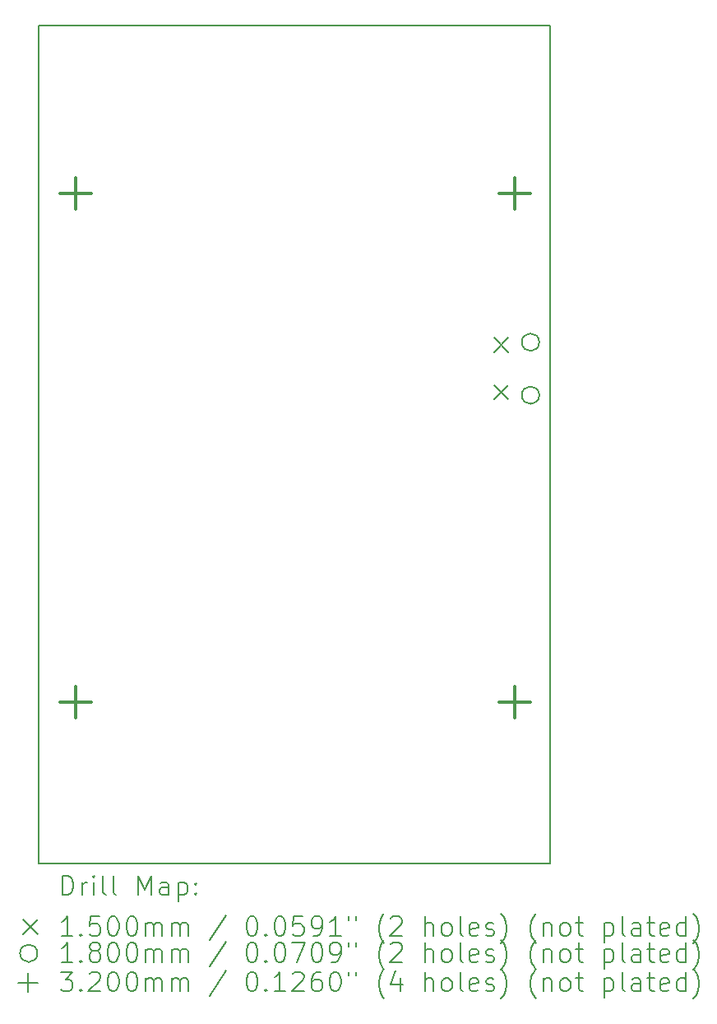
<source format=gbr>
%FSLAX45Y45*%
G04 Gerber Fmt 4.5, Leading zero omitted, Abs format (unit mm)*
G04 Created by KiCad (PCBNEW (6.0.5-0)) date 2022-05-30 23:28:14*
%MOMM*%
%LPD*%
G01*
G04 APERTURE LIST*
%TA.AperFunction,Profile*%
%ADD10C,0.200000*%
%TD*%
%ADD11C,0.200000*%
%ADD12C,0.150000*%
%ADD13C,0.180000*%
%ADD14C,0.320000*%
G04 APERTURE END LIST*
D10*
X12255500Y-16827500D02*
X12255500Y-8204200D01*
X6985000Y-8204200D02*
X12255500Y-8204200D01*
X6985000Y-16827500D02*
X12255500Y-16827500D01*
X6985000Y-16827500D02*
X6985000Y-8204200D01*
D11*
D12*
X11674000Y-11417300D02*
X11824000Y-11567300D01*
X11824000Y-11417300D02*
X11674000Y-11567300D01*
X11674000Y-11902300D02*
X11824000Y-12052300D01*
X11824000Y-11902300D02*
X11674000Y-12052300D01*
D13*
X12142000Y-11462300D02*
G75*
G03*
X12142000Y-11462300I-90000J0D01*
G01*
X12142000Y-12007300D02*
G75*
G03*
X12142000Y-12007300I-90000J0D01*
G01*
D14*
X7366000Y-9771400D02*
X7366000Y-10091400D01*
X7206000Y-9931400D02*
X7526000Y-9931400D01*
X7366000Y-15003800D02*
X7366000Y-15323800D01*
X7206000Y-15163800D02*
X7526000Y-15163800D01*
X11887200Y-9771400D02*
X11887200Y-10091400D01*
X11727200Y-9931400D02*
X12047200Y-9931400D01*
X11887200Y-15003800D02*
X11887200Y-15323800D01*
X11727200Y-15163800D02*
X12047200Y-15163800D01*
D11*
X7232619Y-17147976D02*
X7232619Y-16947976D01*
X7280238Y-16947976D01*
X7308809Y-16957500D01*
X7327857Y-16976548D01*
X7337381Y-16995595D01*
X7346905Y-17033690D01*
X7346905Y-17062262D01*
X7337381Y-17100357D01*
X7327857Y-17119405D01*
X7308809Y-17138452D01*
X7280238Y-17147976D01*
X7232619Y-17147976D01*
X7432619Y-17147976D02*
X7432619Y-17014643D01*
X7432619Y-17052738D02*
X7442143Y-17033690D01*
X7451667Y-17024167D01*
X7470714Y-17014643D01*
X7489762Y-17014643D01*
X7556428Y-17147976D02*
X7556428Y-17014643D01*
X7556428Y-16947976D02*
X7546905Y-16957500D01*
X7556428Y-16967024D01*
X7565952Y-16957500D01*
X7556428Y-16947976D01*
X7556428Y-16967024D01*
X7680238Y-17147976D02*
X7661190Y-17138452D01*
X7651667Y-17119405D01*
X7651667Y-16947976D01*
X7785000Y-17147976D02*
X7765952Y-17138452D01*
X7756428Y-17119405D01*
X7756428Y-16947976D01*
X8013571Y-17147976D02*
X8013571Y-16947976D01*
X8080238Y-17090833D01*
X8146905Y-16947976D01*
X8146905Y-17147976D01*
X8327857Y-17147976D02*
X8327857Y-17043214D01*
X8318333Y-17024167D01*
X8299286Y-17014643D01*
X8261190Y-17014643D01*
X8242143Y-17024167D01*
X8327857Y-17138452D02*
X8308809Y-17147976D01*
X8261190Y-17147976D01*
X8242143Y-17138452D01*
X8232619Y-17119405D01*
X8232619Y-17100357D01*
X8242143Y-17081310D01*
X8261190Y-17071786D01*
X8308809Y-17071786D01*
X8327857Y-17062262D01*
X8423095Y-17014643D02*
X8423095Y-17214643D01*
X8423095Y-17024167D02*
X8442143Y-17014643D01*
X8480238Y-17014643D01*
X8499286Y-17024167D01*
X8508810Y-17033690D01*
X8518333Y-17052738D01*
X8518333Y-17109881D01*
X8508810Y-17128929D01*
X8499286Y-17138452D01*
X8480238Y-17147976D01*
X8442143Y-17147976D01*
X8423095Y-17138452D01*
X8604048Y-17128929D02*
X8613571Y-17138452D01*
X8604048Y-17147976D01*
X8594524Y-17138452D01*
X8604048Y-17128929D01*
X8604048Y-17147976D01*
X8604048Y-17024167D02*
X8613571Y-17033690D01*
X8604048Y-17043214D01*
X8594524Y-17033690D01*
X8604048Y-17024167D01*
X8604048Y-17043214D01*
D12*
X6825000Y-17402500D02*
X6975000Y-17552500D01*
X6975000Y-17402500D02*
X6825000Y-17552500D01*
D11*
X7337381Y-17567976D02*
X7223095Y-17567976D01*
X7280238Y-17567976D02*
X7280238Y-17367976D01*
X7261190Y-17396548D01*
X7242143Y-17415595D01*
X7223095Y-17425119D01*
X7423095Y-17548929D02*
X7432619Y-17558452D01*
X7423095Y-17567976D01*
X7413571Y-17558452D01*
X7423095Y-17548929D01*
X7423095Y-17567976D01*
X7613571Y-17367976D02*
X7518333Y-17367976D01*
X7508809Y-17463214D01*
X7518333Y-17453690D01*
X7537381Y-17444167D01*
X7585000Y-17444167D01*
X7604048Y-17453690D01*
X7613571Y-17463214D01*
X7623095Y-17482262D01*
X7623095Y-17529881D01*
X7613571Y-17548929D01*
X7604048Y-17558452D01*
X7585000Y-17567976D01*
X7537381Y-17567976D01*
X7518333Y-17558452D01*
X7508809Y-17548929D01*
X7746905Y-17367976D02*
X7765952Y-17367976D01*
X7785000Y-17377500D01*
X7794524Y-17387024D01*
X7804048Y-17406071D01*
X7813571Y-17444167D01*
X7813571Y-17491786D01*
X7804048Y-17529881D01*
X7794524Y-17548929D01*
X7785000Y-17558452D01*
X7765952Y-17567976D01*
X7746905Y-17567976D01*
X7727857Y-17558452D01*
X7718333Y-17548929D01*
X7708809Y-17529881D01*
X7699286Y-17491786D01*
X7699286Y-17444167D01*
X7708809Y-17406071D01*
X7718333Y-17387024D01*
X7727857Y-17377500D01*
X7746905Y-17367976D01*
X7937381Y-17367976D02*
X7956428Y-17367976D01*
X7975476Y-17377500D01*
X7985000Y-17387024D01*
X7994524Y-17406071D01*
X8004048Y-17444167D01*
X8004048Y-17491786D01*
X7994524Y-17529881D01*
X7985000Y-17548929D01*
X7975476Y-17558452D01*
X7956428Y-17567976D01*
X7937381Y-17567976D01*
X7918333Y-17558452D01*
X7908809Y-17548929D01*
X7899286Y-17529881D01*
X7889762Y-17491786D01*
X7889762Y-17444167D01*
X7899286Y-17406071D01*
X7908809Y-17387024D01*
X7918333Y-17377500D01*
X7937381Y-17367976D01*
X8089762Y-17567976D02*
X8089762Y-17434643D01*
X8089762Y-17453690D02*
X8099286Y-17444167D01*
X8118333Y-17434643D01*
X8146905Y-17434643D01*
X8165952Y-17444167D01*
X8175476Y-17463214D01*
X8175476Y-17567976D01*
X8175476Y-17463214D02*
X8185000Y-17444167D01*
X8204048Y-17434643D01*
X8232619Y-17434643D01*
X8251667Y-17444167D01*
X8261190Y-17463214D01*
X8261190Y-17567976D01*
X8356428Y-17567976D02*
X8356428Y-17434643D01*
X8356428Y-17453690D02*
X8365952Y-17444167D01*
X8385000Y-17434643D01*
X8413571Y-17434643D01*
X8432619Y-17444167D01*
X8442143Y-17463214D01*
X8442143Y-17567976D01*
X8442143Y-17463214D02*
X8451667Y-17444167D01*
X8470714Y-17434643D01*
X8499286Y-17434643D01*
X8518333Y-17444167D01*
X8527857Y-17463214D01*
X8527857Y-17567976D01*
X8918333Y-17358452D02*
X8746905Y-17615595D01*
X9175476Y-17367976D02*
X9194524Y-17367976D01*
X9213571Y-17377500D01*
X9223095Y-17387024D01*
X9232619Y-17406071D01*
X9242143Y-17444167D01*
X9242143Y-17491786D01*
X9232619Y-17529881D01*
X9223095Y-17548929D01*
X9213571Y-17558452D01*
X9194524Y-17567976D01*
X9175476Y-17567976D01*
X9156429Y-17558452D01*
X9146905Y-17548929D01*
X9137381Y-17529881D01*
X9127857Y-17491786D01*
X9127857Y-17444167D01*
X9137381Y-17406071D01*
X9146905Y-17387024D01*
X9156429Y-17377500D01*
X9175476Y-17367976D01*
X9327857Y-17548929D02*
X9337381Y-17558452D01*
X9327857Y-17567976D01*
X9318333Y-17558452D01*
X9327857Y-17548929D01*
X9327857Y-17567976D01*
X9461190Y-17367976D02*
X9480238Y-17367976D01*
X9499286Y-17377500D01*
X9508810Y-17387024D01*
X9518333Y-17406071D01*
X9527857Y-17444167D01*
X9527857Y-17491786D01*
X9518333Y-17529881D01*
X9508810Y-17548929D01*
X9499286Y-17558452D01*
X9480238Y-17567976D01*
X9461190Y-17567976D01*
X9442143Y-17558452D01*
X9432619Y-17548929D01*
X9423095Y-17529881D01*
X9413571Y-17491786D01*
X9413571Y-17444167D01*
X9423095Y-17406071D01*
X9432619Y-17387024D01*
X9442143Y-17377500D01*
X9461190Y-17367976D01*
X9708810Y-17367976D02*
X9613571Y-17367976D01*
X9604048Y-17463214D01*
X9613571Y-17453690D01*
X9632619Y-17444167D01*
X9680238Y-17444167D01*
X9699286Y-17453690D01*
X9708810Y-17463214D01*
X9718333Y-17482262D01*
X9718333Y-17529881D01*
X9708810Y-17548929D01*
X9699286Y-17558452D01*
X9680238Y-17567976D01*
X9632619Y-17567976D01*
X9613571Y-17558452D01*
X9604048Y-17548929D01*
X9813571Y-17567976D02*
X9851667Y-17567976D01*
X9870714Y-17558452D01*
X9880238Y-17548929D01*
X9899286Y-17520357D01*
X9908810Y-17482262D01*
X9908810Y-17406071D01*
X9899286Y-17387024D01*
X9889762Y-17377500D01*
X9870714Y-17367976D01*
X9832619Y-17367976D01*
X9813571Y-17377500D01*
X9804048Y-17387024D01*
X9794524Y-17406071D01*
X9794524Y-17453690D01*
X9804048Y-17472738D01*
X9813571Y-17482262D01*
X9832619Y-17491786D01*
X9870714Y-17491786D01*
X9889762Y-17482262D01*
X9899286Y-17472738D01*
X9908810Y-17453690D01*
X10099286Y-17567976D02*
X9985000Y-17567976D01*
X10042143Y-17567976D02*
X10042143Y-17367976D01*
X10023095Y-17396548D01*
X10004048Y-17415595D01*
X9985000Y-17425119D01*
X10175476Y-17367976D02*
X10175476Y-17406071D01*
X10251667Y-17367976D02*
X10251667Y-17406071D01*
X10546905Y-17644167D02*
X10537381Y-17634643D01*
X10518333Y-17606071D01*
X10508810Y-17587024D01*
X10499286Y-17558452D01*
X10489762Y-17510833D01*
X10489762Y-17472738D01*
X10499286Y-17425119D01*
X10508810Y-17396548D01*
X10518333Y-17377500D01*
X10537381Y-17348929D01*
X10546905Y-17339405D01*
X10613571Y-17387024D02*
X10623095Y-17377500D01*
X10642143Y-17367976D01*
X10689762Y-17367976D01*
X10708810Y-17377500D01*
X10718333Y-17387024D01*
X10727857Y-17406071D01*
X10727857Y-17425119D01*
X10718333Y-17453690D01*
X10604048Y-17567976D01*
X10727857Y-17567976D01*
X10965952Y-17567976D02*
X10965952Y-17367976D01*
X11051667Y-17567976D02*
X11051667Y-17463214D01*
X11042143Y-17444167D01*
X11023095Y-17434643D01*
X10994524Y-17434643D01*
X10975476Y-17444167D01*
X10965952Y-17453690D01*
X11175476Y-17567976D02*
X11156429Y-17558452D01*
X11146905Y-17548929D01*
X11137381Y-17529881D01*
X11137381Y-17472738D01*
X11146905Y-17453690D01*
X11156429Y-17444167D01*
X11175476Y-17434643D01*
X11204048Y-17434643D01*
X11223095Y-17444167D01*
X11232619Y-17453690D01*
X11242143Y-17472738D01*
X11242143Y-17529881D01*
X11232619Y-17548929D01*
X11223095Y-17558452D01*
X11204048Y-17567976D01*
X11175476Y-17567976D01*
X11356428Y-17567976D02*
X11337381Y-17558452D01*
X11327857Y-17539405D01*
X11327857Y-17367976D01*
X11508809Y-17558452D02*
X11489762Y-17567976D01*
X11451667Y-17567976D01*
X11432619Y-17558452D01*
X11423095Y-17539405D01*
X11423095Y-17463214D01*
X11432619Y-17444167D01*
X11451667Y-17434643D01*
X11489762Y-17434643D01*
X11508809Y-17444167D01*
X11518333Y-17463214D01*
X11518333Y-17482262D01*
X11423095Y-17501310D01*
X11594524Y-17558452D02*
X11613571Y-17567976D01*
X11651667Y-17567976D01*
X11670714Y-17558452D01*
X11680238Y-17539405D01*
X11680238Y-17529881D01*
X11670714Y-17510833D01*
X11651667Y-17501310D01*
X11623095Y-17501310D01*
X11604048Y-17491786D01*
X11594524Y-17472738D01*
X11594524Y-17463214D01*
X11604048Y-17444167D01*
X11623095Y-17434643D01*
X11651667Y-17434643D01*
X11670714Y-17444167D01*
X11746905Y-17644167D02*
X11756428Y-17634643D01*
X11775476Y-17606071D01*
X11785000Y-17587024D01*
X11794524Y-17558452D01*
X11804048Y-17510833D01*
X11804048Y-17472738D01*
X11794524Y-17425119D01*
X11785000Y-17396548D01*
X11775476Y-17377500D01*
X11756428Y-17348929D01*
X11746905Y-17339405D01*
X12108809Y-17644167D02*
X12099286Y-17634643D01*
X12080238Y-17606071D01*
X12070714Y-17587024D01*
X12061190Y-17558452D01*
X12051667Y-17510833D01*
X12051667Y-17472738D01*
X12061190Y-17425119D01*
X12070714Y-17396548D01*
X12080238Y-17377500D01*
X12099286Y-17348929D01*
X12108809Y-17339405D01*
X12185000Y-17434643D02*
X12185000Y-17567976D01*
X12185000Y-17453690D02*
X12194524Y-17444167D01*
X12213571Y-17434643D01*
X12242143Y-17434643D01*
X12261190Y-17444167D01*
X12270714Y-17463214D01*
X12270714Y-17567976D01*
X12394524Y-17567976D02*
X12375476Y-17558452D01*
X12365952Y-17548929D01*
X12356428Y-17529881D01*
X12356428Y-17472738D01*
X12365952Y-17453690D01*
X12375476Y-17444167D01*
X12394524Y-17434643D01*
X12423095Y-17434643D01*
X12442143Y-17444167D01*
X12451667Y-17453690D01*
X12461190Y-17472738D01*
X12461190Y-17529881D01*
X12451667Y-17548929D01*
X12442143Y-17558452D01*
X12423095Y-17567976D01*
X12394524Y-17567976D01*
X12518333Y-17434643D02*
X12594524Y-17434643D01*
X12546905Y-17367976D02*
X12546905Y-17539405D01*
X12556428Y-17558452D01*
X12575476Y-17567976D01*
X12594524Y-17567976D01*
X12813571Y-17434643D02*
X12813571Y-17634643D01*
X12813571Y-17444167D02*
X12832619Y-17434643D01*
X12870714Y-17434643D01*
X12889762Y-17444167D01*
X12899286Y-17453690D01*
X12908809Y-17472738D01*
X12908809Y-17529881D01*
X12899286Y-17548929D01*
X12889762Y-17558452D01*
X12870714Y-17567976D01*
X12832619Y-17567976D01*
X12813571Y-17558452D01*
X13023095Y-17567976D02*
X13004048Y-17558452D01*
X12994524Y-17539405D01*
X12994524Y-17367976D01*
X13185000Y-17567976D02*
X13185000Y-17463214D01*
X13175476Y-17444167D01*
X13156428Y-17434643D01*
X13118333Y-17434643D01*
X13099286Y-17444167D01*
X13185000Y-17558452D02*
X13165952Y-17567976D01*
X13118333Y-17567976D01*
X13099286Y-17558452D01*
X13089762Y-17539405D01*
X13089762Y-17520357D01*
X13099286Y-17501310D01*
X13118333Y-17491786D01*
X13165952Y-17491786D01*
X13185000Y-17482262D01*
X13251667Y-17434643D02*
X13327857Y-17434643D01*
X13280238Y-17367976D02*
X13280238Y-17539405D01*
X13289762Y-17558452D01*
X13308809Y-17567976D01*
X13327857Y-17567976D01*
X13470714Y-17558452D02*
X13451667Y-17567976D01*
X13413571Y-17567976D01*
X13394524Y-17558452D01*
X13385000Y-17539405D01*
X13385000Y-17463214D01*
X13394524Y-17444167D01*
X13413571Y-17434643D01*
X13451667Y-17434643D01*
X13470714Y-17444167D01*
X13480238Y-17463214D01*
X13480238Y-17482262D01*
X13385000Y-17501310D01*
X13651667Y-17567976D02*
X13651667Y-17367976D01*
X13651667Y-17558452D02*
X13632619Y-17567976D01*
X13594524Y-17567976D01*
X13575476Y-17558452D01*
X13565952Y-17548929D01*
X13556428Y-17529881D01*
X13556428Y-17472738D01*
X13565952Y-17453690D01*
X13575476Y-17444167D01*
X13594524Y-17434643D01*
X13632619Y-17434643D01*
X13651667Y-17444167D01*
X13727857Y-17644167D02*
X13737381Y-17634643D01*
X13756428Y-17606071D01*
X13765952Y-17587024D01*
X13775476Y-17558452D01*
X13785000Y-17510833D01*
X13785000Y-17472738D01*
X13775476Y-17425119D01*
X13765952Y-17396548D01*
X13756428Y-17377500D01*
X13737381Y-17348929D01*
X13727857Y-17339405D01*
D13*
X6975000Y-17747500D02*
G75*
G03*
X6975000Y-17747500I-90000J0D01*
G01*
D11*
X7337381Y-17837976D02*
X7223095Y-17837976D01*
X7280238Y-17837976D02*
X7280238Y-17637976D01*
X7261190Y-17666548D01*
X7242143Y-17685595D01*
X7223095Y-17695119D01*
X7423095Y-17818929D02*
X7432619Y-17828452D01*
X7423095Y-17837976D01*
X7413571Y-17828452D01*
X7423095Y-17818929D01*
X7423095Y-17837976D01*
X7546905Y-17723690D02*
X7527857Y-17714167D01*
X7518333Y-17704643D01*
X7508809Y-17685595D01*
X7508809Y-17676071D01*
X7518333Y-17657024D01*
X7527857Y-17647500D01*
X7546905Y-17637976D01*
X7585000Y-17637976D01*
X7604048Y-17647500D01*
X7613571Y-17657024D01*
X7623095Y-17676071D01*
X7623095Y-17685595D01*
X7613571Y-17704643D01*
X7604048Y-17714167D01*
X7585000Y-17723690D01*
X7546905Y-17723690D01*
X7527857Y-17733214D01*
X7518333Y-17742738D01*
X7508809Y-17761786D01*
X7508809Y-17799881D01*
X7518333Y-17818929D01*
X7527857Y-17828452D01*
X7546905Y-17837976D01*
X7585000Y-17837976D01*
X7604048Y-17828452D01*
X7613571Y-17818929D01*
X7623095Y-17799881D01*
X7623095Y-17761786D01*
X7613571Y-17742738D01*
X7604048Y-17733214D01*
X7585000Y-17723690D01*
X7746905Y-17637976D02*
X7765952Y-17637976D01*
X7785000Y-17647500D01*
X7794524Y-17657024D01*
X7804048Y-17676071D01*
X7813571Y-17714167D01*
X7813571Y-17761786D01*
X7804048Y-17799881D01*
X7794524Y-17818929D01*
X7785000Y-17828452D01*
X7765952Y-17837976D01*
X7746905Y-17837976D01*
X7727857Y-17828452D01*
X7718333Y-17818929D01*
X7708809Y-17799881D01*
X7699286Y-17761786D01*
X7699286Y-17714167D01*
X7708809Y-17676071D01*
X7718333Y-17657024D01*
X7727857Y-17647500D01*
X7746905Y-17637976D01*
X7937381Y-17637976D02*
X7956428Y-17637976D01*
X7975476Y-17647500D01*
X7985000Y-17657024D01*
X7994524Y-17676071D01*
X8004048Y-17714167D01*
X8004048Y-17761786D01*
X7994524Y-17799881D01*
X7985000Y-17818929D01*
X7975476Y-17828452D01*
X7956428Y-17837976D01*
X7937381Y-17837976D01*
X7918333Y-17828452D01*
X7908809Y-17818929D01*
X7899286Y-17799881D01*
X7889762Y-17761786D01*
X7889762Y-17714167D01*
X7899286Y-17676071D01*
X7908809Y-17657024D01*
X7918333Y-17647500D01*
X7937381Y-17637976D01*
X8089762Y-17837976D02*
X8089762Y-17704643D01*
X8089762Y-17723690D02*
X8099286Y-17714167D01*
X8118333Y-17704643D01*
X8146905Y-17704643D01*
X8165952Y-17714167D01*
X8175476Y-17733214D01*
X8175476Y-17837976D01*
X8175476Y-17733214D02*
X8185000Y-17714167D01*
X8204048Y-17704643D01*
X8232619Y-17704643D01*
X8251667Y-17714167D01*
X8261190Y-17733214D01*
X8261190Y-17837976D01*
X8356428Y-17837976D02*
X8356428Y-17704643D01*
X8356428Y-17723690D02*
X8365952Y-17714167D01*
X8385000Y-17704643D01*
X8413571Y-17704643D01*
X8432619Y-17714167D01*
X8442143Y-17733214D01*
X8442143Y-17837976D01*
X8442143Y-17733214D02*
X8451667Y-17714167D01*
X8470714Y-17704643D01*
X8499286Y-17704643D01*
X8518333Y-17714167D01*
X8527857Y-17733214D01*
X8527857Y-17837976D01*
X8918333Y-17628452D02*
X8746905Y-17885595D01*
X9175476Y-17637976D02*
X9194524Y-17637976D01*
X9213571Y-17647500D01*
X9223095Y-17657024D01*
X9232619Y-17676071D01*
X9242143Y-17714167D01*
X9242143Y-17761786D01*
X9232619Y-17799881D01*
X9223095Y-17818929D01*
X9213571Y-17828452D01*
X9194524Y-17837976D01*
X9175476Y-17837976D01*
X9156429Y-17828452D01*
X9146905Y-17818929D01*
X9137381Y-17799881D01*
X9127857Y-17761786D01*
X9127857Y-17714167D01*
X9137381Y-17676071D01*
X9146905Y-17657024D01*
X9156429Y-17647500D01*
X9175476Y-17637976D01*
X9327857Y-17818929D02*
X9337381Y-17828452D01*
X9327857Y-17837976D01*
X9318333Y-17828452D01*
X9327857Y-17818929D01*
X9327857Y-17837976D01*
X9461190Y-17637976D02*
X9480238Y-17637976D01*
X9499286Y-17647500D01*
X9508810Y-17657024D01*
X9518333Y-17676071D01*
X9527857Y-17714167D01*
X9527857Y-17761786D01*
X9518333Y-17799881D01*
X9508810Y-17818929D01*
X9499286Y-17828452D01*
X9480238Y-17837976D01*
X9461190Y-17837976D01*
X9442143Y-17828452D01*
X9432619Y-17818929D01*
X9423095Y-17799881D01*
X9413571Y-17761786D01*
X9413571Y-17714167D01*
X9423095Y-17676071D01*
X9432619Y-17657024D01*
X9442143Y-17647500D01*
X9461190Y-17637976D01*
X9594524Y-17637976D02*
X9727857Y-17637976D01*
X9642143Y-17837976D01*
X9842143Y-17637976D02*
X9861190Y-17637976D01*
X9880238Y-17647500D01*
X9889762Y-17657024D01*
X9899286Y-17676071D01*
X9908810Y-17714167D01*
X9908810Y-17761786D01*
X9899286Y-17799881D01*
X9889762Y-17818929D01*
X9880238Y-17828452D01*
X9861190Y-17837976D01*
X9842143Y-17837976D01*
X9823095Y-17828452D01*
X9813571Y-17818929D01*
X9804048Y-17799881D01*
X9794524Y-17761786D01*
X9794524Y-17714167D01*
X9804048Y-17676071D01*
X9813571Y-17657024D01*
X9823095Y-17647500D01*
X9842143Y-17637976D01*
X10004048Y-17837976D02*
X10042143Y-17837976D01*
X10061190Y-17828452D01*
X10070714Y-17818929D01*
X10089762Y-17790357D01*
X10099286Y-17752262D01*
X10099286Y-17676071D01*
X10089762Y-17657024D01*
X10080238Y-17647500D01*
X10061190Y-17637976D01*
X10023095Y-17637976D01*
X10004048Y-17647500D01*
X9994524Y-17657024D01*
X9985000Y-17676071D01*
X9985000Y-17723690D01*
X9994524Y-17742738D01*
X10004048Y-17752262D01*
X10023095Y-17761786D01*
X10061190Y-17761786D01*
X10080238Y-17752262D01*
X10089762Y-17742738D01*
X10099286Y-17723690D01*
X10175476Y-17637976D02*
X10175476Y-17676071D01*
X10251667Y-17637976D02*
X10251667Y-17676071D01*
X10546905Y-17914167D02*
X10537381Y-17904643D01*
X10518333Y-17876071D01*
X10508810Y-17857024D01*
X10499286Y-17828452D01*
X10489762Y-17780833D01*
X10489762Y-17742738D01*
X10499286Y-17695119D01*
X10508810Y-17666548D01*
X10518333Y-17647500D01*
X10537381Y-17618929D01*
X10546905Y-17609405D01*
X10613571Y-17657024D02*
X10623095Y-17647500D01*
X10642143Y-17637976D01*
X10689762Y-17637976D01*
X10708810Y-17647500D01*
X10718333Y-17657024D01*
X10727857Y-17676071D01*
X10727857Y-17695119D01*
X10718333Y-17723690D01*
X10604048Y-17837976D01*
X10727857Y-17837976D01*
X10965952Y-17837976D02*
X10965952Y-17637976D01*
X11051667Y-17837976D02*
X11051667Y-17733214D01*
X11042143Y-17714167D01*
X11023095Y-17704643D01*
X10994524Y-17704643D01*
X10975476Y-17714167D01*
X10965952Y-17723690D01*
X11175476Y-17837976D02*
X11156429Y-17828452D01*
X11146905Y-17818929D01*
X11137381Y-17799881D01*
X11137381Y-17742738D01*
X11146905Y-17723690D01*
X11156429Y-17714167D01*
X11175476Y-17704643D01*
X11204048Y-17704643D01*
X11223095Y-17714167D01*
X11232619Y-17723690D01*
X11242143Y-17742738D01*
X11242143Y-17799881D01*
X11232619Y-17818929D01*
X11223095Y-17828452D01*
X11204048Y-17837976D01*
X11175476Y-17837976D01*
X11356428Y-17837976D02*
X11337381Y-17828452D01*
X11327857Y-17809405D01*
X11327857Y-17637976D01*
X11508809Y-17828452D02*
X11489762Y-17837976D01*
X11451667Y-17837976D01*
X11432619Y-17828452D01*
X11423095Y-17809405D01*
X11423095Y-17733214D01*
X11432619Y-17714167D01*
X11451667Y-17704643D01*
X11489762Y-17704643D01*
X11508809Y-17714167D01*
X11518333Y-17733214D01*
X11518333Y-17752262D01*
X11423095Y-17771310D01*
X11594524Y-17828452D02*
X11613571Y-17837976D01*
X11651667Y-17837976D01*
X11670714Y-17828452D01*
X11680238Y-17809405D01*
X11680238Y-17799881D01*
X11670714Y-17780833D01*
X11651667Y-17771310D01*
X11623095Y-17771310D01*
X11604048Y-17761786D01*
X11594524Y-17742738D01*
X11594524Y-17733214D01*
X11604048Y-17714167D01*
X11623095Y-17704643D01*
X11651667Y-17704643D01*
X11670714Y-17714167D01*
X11746905Y-17914167D02*
X11756428Y-17904643D01*
X11775476Y-17876071D01*
X11785000Y-17857024D01*
X11794524Y-17828452D01*
X11804048Y-17780833D01*
X11804048Y-17742738D01*
X11794524Y-17695119D01*
X11785000Y-17666548D01*
X11775476Y-17647500D01*
X11756428Y-17618929D01*
X11746905Y-17609405D01*
X12108809Y-17914167D02*
X12099286Y-17904643D01*
X12080238Y-17876071D01*
X12070714Y-17857024D01*
X12061190Y-17828452D01*
X12051667Y-17780833D01*
X12051667Y-17742738D01*
X12061190Y-17695119D01*
X12070714Y-17666548D01*
X12080238Y-17647500D01*
X12099286Y-17618929D01*
X12108809Y-17609405D01*
X12185000Y-17704643D02*
X12185000Y-17837976D01*
X12185000Y-17723690D02*
X12194524Y-17714167D01*
X12213571Y-17704643D01*
X12242143Y-17704643D01*
X12261190Y-17714167D01*
X12270714Y-17733214D01*
X12270714Y-17837976D01*
X12394524Y-17837976D02*
X12375476Y-17828452D01*
X12365952Y-17818929D01*
X12356428Y-17799881D01*
X12356428Y-17742738D01*
X12365952Y-17723690D01*
X12375476Y-17714167D01*
X12394524Y-17704643D01*
X12423095Y-17704643D01*
X12442143Y-17714167D01*
X12451667Y-17723690D01*
X12461190Y-17742738D01*
X12461190Y-17799881D01*
X12451667Y-17818929D01*
X12442143Y-17828452D01*
X12423095Y-17837976D01*
X12394524Y-17837976D01*
X12518333Y-17704643D02*
X12594524Y-17704643D01*
X12546905Y-17637976D02*
X12546905Y-17809405D01*
X12556428Y-17828452D01*
X12575476Y-17837976D01*
X12594524Y-17837976D01*
X12813571Y-17704643D02*
X12813571Y-17904643D01*
X12813571Y-17714167D02*
X12832619Y-17704643D01*
X12870714Y-17704643D01*
X12889762Y-17714167D01*
X12899286Y-17723690D01*
X12908809Y-17742738D01*
X12908809Y-17799881D01*
X12899286Y-17818929D01*
X12889762Y-17828452D01*
X12870714Y-17837976D01*
X12832619Y-17837976D01*
X12813571Y-17828452D01*
X13023095Y-17837976D02*
X13004048Y-17828452D01*
X12994524Y-17809405D01*
X12994524Y-17637976D01*
X13185000Y-17837976D02*
X13185000Y-17733214D01*
X13175476Y-17714167D01*
X13156428Y-17704643D01*
X13118333Y-17704643D01*
X13099286Y-17714167D01*
X13185000Y-17828452D02*
X13165952Y-17837976D01*
X13118333Y-17837976D01*
X13099286Y-17828452D01*
X13089762Y-17809405D01*
X13089762Y-17790357D01*
X13099286Y-17771310D01*
X13118333Y-17761786D01*
X13165952Y-17761786D01*
X13185000Y-17752262D01*
X13251667Y-17704643D02*
X13327857Y-17704643D01*
X13280238Y-17637976D02*
X13280238Y-17809405D01*
X13289762Y-17828452D01*
X13308809Y-17837976D01*
X13327857Y-17837976D01*
X13470714Y-17828452D02*
X13451667Y-17837976D01*
X13413571Y-17837976D01*
X13394524Y-17828452D01*
X13385000Y-17809405D01*
X13385000Y-17733214D01*
X13394524Y-17714167D01*
X13413571Y-17704643D01*
X13451667Y-17704643D01*
X13470714Y-17714167D01*
X13480238Y-17733214D01*
X13480238Y-17752262D01*
X13385000Y-17771310D01*
X13651667Y-17837976D02*
X13651667Y-17637976D01*
X13651667Y-17828452D02*
X13632619Y-17837976D01*
X13594524Y-17837976D01*
X13575476Y-17828452D01*
X13565952Y-17818929D01*
X13556428Y-17799881D01*
X13556428Y-17742738D01*
X13565952Y-17723690D01*
X13575476Y-17714167D01*
X13594524Y-17704643D01*
X13632619Y-17704643D01*
X13651667Y-17714167D01*
X13727857Y-17914167D02*
X13737381Y-17904643D01*
X13756428Y-17876071D01*
X13765952Y-17857024D01*
X13775476Y-17828452D01*
X13785000Y-17780833D01*
X13785000Y-17742738D01*
X13775476Y-17695119D01*
X13765952Y-17666548D01*
X13756428Y-17647500D01*
X13737381Y-17618929D01*
X13727857Y-17609405D01*
X6875000Y-17947500D02*
X6875000Y-18147500D01*
X6775000Y-18047500D02*
X6975000Y-18047500D01*
X7213571Y-17937976D02*
X7337381Y-17937976D01*
X7270714Y-18014167D01*
X7299286Y-18014167D01*
X7318333Y-18023690D01*
X7327857Y-18033214D01*
X7337381Y-18052262D01*
X7337381Y-18099881D01*
X7327857Y-18118929D01*
X7318333Y-18128452D01*
X7299286Y-18137976D01*
X7242143Y-18137976D01*
X7223095Y-18128452D01*
X7213571Y-18118929D01*
X7423095Y-18118929D02*
X7432619Y-18128452D01*
X7423095Y-18137976D01*
X7413571Y-18128452D01*
X7423095Y-18118929D01*
X7423095Y-18137976D01*
X7508809Y-17957024D02*
X7518333Y-17947500D01*
X7537381Y-17937976D01*
X7585000Y-17937976D01*
X7604048Y-17947500D01*
X7613571Y-17957024D01*
X7623095Y-17976071D01*
X7623095Y-17995119D01*
X7613571Y-18023690D01*
X7499286Y-18137976D01*
X7623095Y-18137976D01*
X7746905Y-17937976D02*
X7765952Y-17937976D01*
X7785000Y-17947500D01*
X7794524Y-17957024D01*
X7804048Y-17976071D01*
X7813571Y-18014167D01*
X7813571Y-18061786D01*
X7804048Y-18099881D01*
X7794524Y-18118929D01*
X7785000Y-18128452D01*
X7765952Y-18137976D01*
X7746905Y-18137976D01*
X7727857Y-18128452D01*
X7718333Y-18118929D01*
X7708809Y-18099881D01*
X7699286Y-18061786D01*
X7699286Y-18014167D01*
X7708809Y-17976071D01*
X7718333Y-17957024D01*
X7727857Y-17947500D01*
X7746905Y-17937976D01*
X7937381Y-17937976D02*
X7956428Y-17937976D01*
X7975476Y-17947500D01*
X7985000Y-17957024D01*
X7994524Y-17976071D01*
X8004048Y-18014167D01*
X8004048Y-18061786D01*
X7994524Y-18099881D01*
X7985000Y-18118929D01*
X7975476Y-18128452D01*
X7956428Y-18137976D01*
X7937381Y-18137976D01*
X7918333Y-18128452D01*
X7908809Y-18118929D01*
X7899286Y-18099881D01*
X7889762Y-18061786D01*
X7889762Y-18014167D01*
X7899286Y-17976071D01*
X7908809Y-17957024D01*
X7918333Y-17947500D01*
X7937381Y-17937976D01*
X8089762Y-18137976D02*
X8089762Y-18004643D01*
X8089762Y-18023690D02*
X8099286Y-18014167D01*
X8118333Y-18004643D01*
X8146905Y-18004643D01*
X8165952Y-18014167D01*
X8175476Y-18033214D01*
X8175476Y-18137976D01*
X8175476Y-18033214D02*
X8185000Y-18014167D01*
X8204048Y-18004643D01*
X8232619Y-18004643D01*
X8251667Y-18014167D01*
X8261190Y-18033214D01*
X8261190Y-18137976D01*
X8356428Y-18137976D02*
X8356428Y-18004643D01*
X8356428Y-18023690D02*
X8365952Y-18014167D01*
X8385000Y-18004643D01*
X8413571Y-18004643D01*
X8432619Y-18014167D01*
X8442143Y-18033214D01*
X8442143Y-18137976D01*
X8442143Y-18033214D02*
X8451667Y-18014167D01*
X8470714Y-18004643D01*
X8499286Y-18004643D01*
X8518333Y-18014167D01*
X8527857Y-18033214D01*
X8527857Y-18137976D01*
X8918333Y-17928452D02*
X8746905Y-18185595D01*
X9175476Y-17937976D02*
X9194524Y-17937976D01*
X9213571Y-17947500D01*
X9223095Y-17957024D01*
X9232619Y-17976071D01*
X9242143Y-18014167D01*
X9242143Y-18061786D01*
X9232619Y-18099881D01*
X9223095Y-18118929D01*
X9213571Y-18128452D01*
X9194524Y-18137976D01*
X9175476Y-18137976D01*
X9156429Y-18128452D01*
X9146905Y-18118929D01*
X9137381Y-18099881D01*
X9127857Y-18061786D01*
X9127857Y-18014167D01*
X9137381Y-17976071D01*
X9146905Y-17957024D01*
X9156429Y-17947500D01*
X9175476Y-17937976D01*
X9327857Y-18118929D02*
X9337381Y-18128452D01*
X9327857Y-18137976D01*
X9318333Y-18128452D01*
X9327857Y-18118929D01*
X9327857Y-18137976D01*
X9527857Y-18137976D02*
X9413571Y-18137976D01*
X9470714Y-18137976D02*
X9470714Y-17937976D01*
X9451667Y-17966548D01*
X9432619Y-17985595D01*
X9413571Y-17995119D01*
X9604048Y-17957024D02*
X9613571Y-17947500D01*
X9632619Y-17937976D01*
X9680238Y-17937976D01*
X9699286Y-17947500D01*
X9708810Y-17957024D01*
X9718333Y-17976071D01*
X9718333Y-17995119D01*
X9708810Y-18023690D01*
X9594524Y-18137976D01*
X9718333Y-18137976D01*
X9889762Y-17937976D02*
X9851667Y-17937976D01*
X9832619Y-17947500D01*
X9823095Y-17957024D01*
X9804048Y-17985595D01*
X9794524Y-18023690D01*
X9794524Y-18099881D01*
X9804048Y-18118929D01*
X9813571Y-18128452D01*
X9832619Y-18137976D01*
X9870714Y-18137976D01*
X9889762Y-18128452D01*
X9899286Y-18118929D01*
X9908810Y-18099881D01*
X9908810Y-18052262D01*
X9899286Y-18033214D01*
X9889762Y-18023690D01*
X9870714Y-18014167D01*
X9832619Y-18014167D01*
X9813571Y-18023690D01*
X9804048Y-18033214D01*
X9794524Y-18052262D01*
X10032619Y-17937976D02*
X10051667Y-17937976D01*
X10070714Y-17947500D01*
X10080238Y-17957024D01*
X10089762Y-17976071D01*
X10099286Y-18014167D01*
X10099286Y-18061786D01*
X10089762Y-18099881D01*
X10080238Y-18118929D01*
X10070714Y-18128452D01*
X10051667Y-18137976D01*
X10032619Y-18137976D01*
X10013571Y-18128452D01*
X10004048Y-18118929D01*
X9994524Y-18099881D01*
X9985000Y-18061786D01*
X9985000Y-18014167D01*
X9994524Y-17976071D01*
X10004048Y-17957024D01*
X10013571Y-17947500D01*
X10032619Y-17937976D01*
X10175476Y-17937976D02*
X10175476Y-17976071D01*
X10251667Y-17937976D02*
X10251667Y-17976071D01*
X10546905Y-18214167D02*
X10537381Y-18204643D01*
X10518333Y-18176071D01*
X10508810Y-18157024D01*
X10499286Y-18128452D01*
X10489762Y-18080833D01*
X10489762Y-18042738D01*
X10499286Y-17995119D01*
X10508810Y-17966548D01*
X10518333Y-17947500D01*
X10537381Y-17918929D01*
X10546905Y-17909405D01*
X10708810Y-18004643D02*
X10708810Y-18137976D01*
X10661190Y-17928452D02*
X10613571Y-18071310D01*
X10737381Y-18071310D01*
X10965952Y-18137976D02*
X10965952Y-17937976D01*
X11051667Y-18137976D02*
X11051667Y-18033214D01*
X11042143Y-18014167D01*
X11023095Y-18004643D01*
X10994524Y-18004643D01*
X10975476Y-18014167D01*
X10965952Y-18023690D01*
X11175476Y-18137976D02*
X11156429Y-18128452D01*
X11146905Y-18118929D01*
X11137381Y-18099881D01*
X11137381Y-18042738D01*
X11146905Y-18023690D01*
X11156429Y-18014167D01*
X11175476Y-18004643D01*
X11204048Y-18004643D01*
X11223095Y-18014167D01*
X11232619Y-18023690D01*
X11242143Y-18042738D01*
X11242143Y-18099881D01*
X11232619Y-18118929D01*
X11223095Y-18128452D01*
X11204048Y-18137976D01*
X11175476Y-18137976D01*
X11356428Y-18137976D02*
X11337381Y-18128452D01*
X11327857Y-18109405D01*
X11327857Y-17937976D01*
X11508809Y-18128452D02*
X11489762Y-18137976D01*
X11451667Y-18137976D01*
X11432619Y-18128452D01*
X11423095Y-18109405D01*
X11423095Y-18033214D01*
X11432619Y-18014167D01*
X11451667Y-18004643D01*
X11489762Y-18004643D01*
X11508809Y-18014167D01*
X11518333Y-18033214D01*
X11518333Y-18052262D01*
X11423095Y-18071310D01*
X11594524Y-18128452D02*
X11613571Y-18137976D01*
X11651667Y-18137976D01*
X11670714Y-18128452D01*
X11680238Y-18109405D01*
X11680238Y-18099881D01*
X11670714Y-18080833D01*
X11651667Y-18071310D01*
X11623095Y-18071310D01*
X11604048Y-18061786D01*
X11594524Y-18042738D01*
X11594524Y-18033214D01*
X11604048Y-18014167D01*
X11623095Y-18004643D01*
X11651667Y-18004643D01*
X11670714Y-18014167D01*
X11746905Y-18214167D02*
X11756428Y-18204643D01*
X11775476Y-18176071D01*
X11785000Y-18157024D01*
X11794524Y-18128452D01*
X11804048Y-18080833D01*
X11804048Y-18042738D01*
X11794524Y-17995119D01*
X11785000Y-17966548D01*
X11775476Y-17947500D01*
X11756428Y-17918929D01*
X11746905Y-17909405D01*
X12108809Y-18214167D02*
X12099286Y-18204643D01*
X12080238Y-18176071D01*
X12070714Y-18157024D01*
X12061190Y-18128452D01*
X12051667Y-18080833D01*
X12051667Y-18042738D01*
X12061190Y-17995119D01*
X12070714Y-17966548D01*
X12080238Y-17947500D01*
X12099286Y-17918929D01*
X12108809Y-17909405D01*
X12185000Y-18004643D02*
X12185000Y-18137976D01*
X12185000Y-18023690D02*
X12194524Y-18014167D01*
X12213571Y-18004643D01*
X12242143Y-18004643D01*
X12261190Y-18014167D01*
X12270714Y-18033214D01*
X12270714Y-18137976D01*
X12394524Y-18137976D02*
X12375476Y-18128452D01*
X12365952Y-18118929D01*
X12356428Y-18099881D01*
X12356428Y-18042738D01*
X12365952Y-18023690D01*
X12375476Y-18014167D01*
X12394524Y-18004643D01*
X12423095Y-18004643D01*
X12442143Y-18014167D01*
X12451667Y-18023690D01*
X12461190Y-18042738D01*
X12461190Y-18099881D01*
X12451667Y-18118929D01*
X12442143Y-18128452D01*
X12423095Y-18137976D01*
X12394524Y-18137976D01*
X12518333Y-18004643D02*
X12594524Y-18004643D01*
X12546905Y-17937976D02*
X12546905Y-18109405D01*
X12556428Y-18128452D01*
X12575476Y-18137976D01*
X12594524Y-18137976D01*
X12813571Y-18004643D02*
X12813571Y-18204643D01*
X12813571Y-18014167D02*
X12832619Y-18004643D01*
X12870714Y-18004643D01*
X12889762Y-18014167D01*
X12899286Y-18023690D01*
X12908809Y-18042738D01*
X12908809Y-18099881D01*
X12899286Y-18118929D01*
X12889762Y-18128452D01*
X12870714Y-18137976D01*
X12832619Y-18137976D01*
X12813571Y-18128452D01*
X13023095Y-18137976D02*
X13004048Y-18128452D01*
X12994524Y-18109405D01*
X12994524Y-17937976D01*
X13185000Y-18137976D02*
X13185000Y-18033214D01*
X13175476Y-18014167D01*
X13156428Y-18004643D01*
X13118333Y-18004643D01*
X13099286Y-18014167D01*
X13185000Y-18128452D02*
X13165952Y-18137976D01*
X13118333Y-18137976D01*
X13099286Y-18128452D01*
X13089762Y-18109405D01*
X13089762Y-18090357D01*
X13099286Y-18071310D01*
X13118333Y-18061786D01*
X13165952Y-18061786D01*
X13185000Y-18052262D01*
X13251667Y-18004643D02*
X13327857Y-18004643D01*
X13280238Y-17937976D02*
X13280238Y-18109405D01*
X13289762Y-18128452D01*
X13308809Y-18137976D01*
X13327857Y-18137976D01*
X13470714Y-18128452D02*
X13451667Y-18137976D01*
X13413571Y-18137976D01*
X13394524Y-18128452D01*
X13385000Y-18109405D01*
X13385000Y-18033214D01*
X13394524Y-18014167D01*
X13413571Y-18004643D01*
X13451667Y-18004643D01*
X13470714Y-18014167D01*
X13480238Y-18033214D01*
X13480238Y-18052262D01*
X13385000Y-18071310D01*
X13651667Y-18137976D02*
X13651667Y-17937976D01*
X13651667Y-18128452D02*
X13632619Y-18137976D01*
X13594524Y-18137976D01*
X13575476Y-18128452D01*
X13565952Y-18118929D01*
X13556428Y-18099881D01*
X13556428Y-18042738D01*
X13565952Y-18023690D01*
X13575476Y-18014167D01*
X13594524Y-18004643D01*
X13632619Y-18004643D01*
X13651667Y-18014167D01*
X13727857Y-18214167D02*
X13737381Y-18204643D01*
X13756428Y-18176071D01*
X13765952Y-18157024D01*
X13775476Y-18128452D01*
X13785000Y-18080833D01*
X13785000Y-18042738D01*
X13775476Y-17995119D01*
X13765952Y-17966548D01*
X13756428Y-17947500D01*
X13737381Y-17918929D01*
X13727857Y-17909405D01*
M02*

</source>
